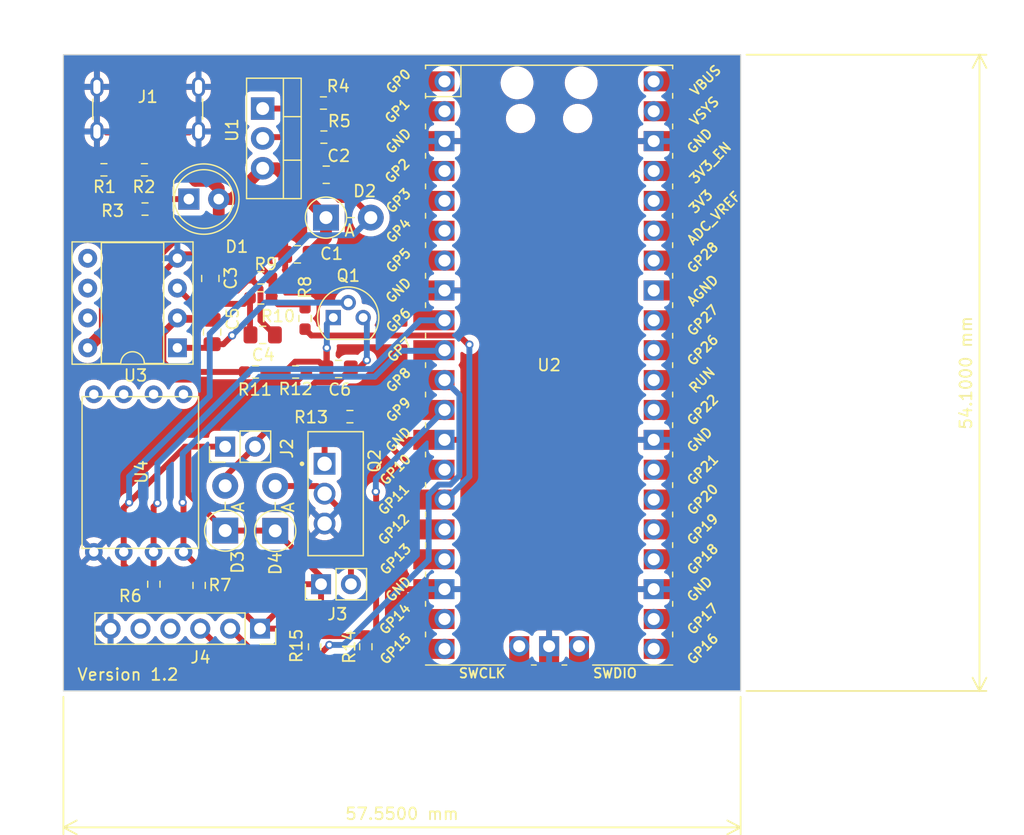
<source format=kicad_pcb>
(kicad_pcb (version 20221018) (generator pcbnew)
  (title_block (title "Blood Pressure Monitor V1") (date "2024-01-25") (rev "29.01.2024"))
  (layers (0 "F.Cu" signal) (31 "B.Cu" signal) (34 "B.Paste" user) (35 "F.Paste" user) (36 "B.SilkS" user "B.Silkscreen") (37 "F.SilkS" user "F.Silkscreen") (38 "B.Mask" user) (39 "F.Mask" user) (44 "Edge.Cuts" user))
  (net 0 "")
  (net 1 "Net-(U1-ADJ)")
  (net 2 "+5V")
  (net 3 "GND")
  (net 4 "Net-(Q1-B)")
  (net 5 "Net-(C3-Pad1)")
  (net 6 "Net-(C3-Pad2)")
  (net 7 "Net-(U3A-+)")
  (net 8 "Net-(U3A--)")
  (net 10 "/SDA0")
  (net 11 "/SCL1")
  (net 13 "/Valve")
  (net 18 "/SDA1")
  (net 19 "/SCL0")
  (net 27 "/Pump")
  (net 38 "Net-(Q1-E)")
  (net 39 "Net-(D1-K)")
  (net 40 "Net-(D3-A)")
  (net 41 "Net-(J1-CC1)")
  (net 42 "Net-(J1-CC2)")
  (net 43 "Net-(Q2-G)")
  (net 49 "Net-(D4-A)")
  (net 50 "+3.3V")
  (footprint "Resistor_SMD:R_0603_1608Metric_Pad0.98x0.95mm_HandSolder" (layer "F.Cu") (at 160.385 68.375 90)
    (fp_text reference "R8")
    (fp_text value "100k")
  )
  (footprint "Capacitor_SMD:C_0805_2012Metric_Pad1.18x1.45mm_HandSolder" (layer "F.Cu") (at 152.335 64.975 -90)
    (fp_text reference "C3")
    (fp_text value "1u")
  )
  (footprint "Package_DIP:DIP-8_W7.62mm_Socket" (layer "F.Cu") (at 149.535 70.875 180)
    (fp_text reference "U3")
    (fp_text value "NJM2904D")
  )
  (footprint "Capacitor_SMD:C_0805_2012Metric_Pad1.18x1.45mm_HandSolder" (layer "F.Cu") (at 159.735 62.925 180)
    (fp_text reference "C1")
    (fp_text value "0.1u")
  )
  (footprint "Resistor_SMD:R_0603_1608Metric_Pad0.98x0.95mm_HandSolder" (layer "F.Cu") (at 156.6225 66.625 180)
    (fp_text reference "R10")
    (fp_text value "100k")
  )
  (footprint "Diode_THT:D_DO-41_SOD81_P3.81mm_Vertical_AnodeUp" (layer "F.Cu") (at 153.6 86.412183 90)
    (fp_text reference "D3")
    (fp_text value "1N4002")
  )
  (footprint "Package_TO_SOT_THT:TO-220-3_Vertical" (layer "F.Cu") (at 156.785 50.526409 -90)
    (fp_text reference "U1")
    (fp_text value "LM317")
  )
  (footprint "Resistor_SMD:R_0603_1608Metric_Pad0.98x0.95mm_HandSolder" (layer "F.Cu") (at 143.295 55.736409 180)
    (fp_text reference "R1")
    (fp_text value "5.1k")
  )
  (footprint "Package_TO_SOT_THT:TO-92" (layer "F.Cu") (at 162.785 68.3)
    (fp_text reference "Q1")
    (fp_text value "2N2222A")
  )
  (footprint "Resistor_SMD:R_0603_1608Metric_Pad0.98x0.95mm_HandSolder" (layer "F.Cu") (at 151.385 91.075 90)
    (fp_text reference "R7")
    (fp_text value "4.7k")
  )
  (footprint "Resistor_SMD:R_0603_1608Metric_Pad0.98x0.95mm_HandSolder" (layer "F.Cu") (at 161.9475 50.056409)
    (fp_text reference "R4")
    (fp_text value "390")
  )
  (footprint "Resistor_SMD:R_0603_1608Metric_Pad0.98x0.95mm_HandSolder" (layer "F.Cu") (at 146.735 55.736409)
    (fp_text reference "R2")
    (fp_text value "5.1k")
  )
  (footprint "Capacitor_SMD:C_0805_2012Metric_Pad1.18x1.45mm_HandSolder" (layer "F.Cu") (at 162.185 56.156409)
    (fp_text reference "C2")
    (fp_text value "1u")
  )
  (footprint "Resistor_SMD:R_0603_1608Metric_Pad0.98x0.95mm_HandSolder" (layer "F.Cu") (at 165.55 96.2875 -90)
    (fp_text reference "R14")
    (fp_text value "4.7k")
  )
  (footprint "LED_THT:LED_D5.0mm" (layer "F.Cu") (at 150.51 58.225)
    (fp_text reference "D1")
    (fp_text value "LED")
  )
  (footprint "Resistor_SMD:R_0603_1608Metric_Pad0.98x0.95mm_HandSolder" (layer "F.Cu") (at 159.585 72.925 180)
    (fp_text reference "R12")
    (fp_text value "10")
  )
  (footprint "Connector_PinHeader_2.54mm:PinHeader_1x02_P2.54mm_Vertical" (layer "F.Cu") (at 161.745 90.975 90)
    (fp_text reference "J3")
    (fp_text value "Pumpe")
  )
  (footprint "Resistor_SMD:R_0603_1608Metric_Pad0.98x0.95mm_HandSolder" (layer "F.Cu") (at 164.1975 76.725)
    (fp_text reference "R13")
    (fp_text value "1k")
  )
  (footprint "Capacitor_SMD:C_0805_2012Metric_Pad1.18x1.45mm_HandSolder" (layer "F.Cu") (at 163.235 72.675 180)
    (fp_text reference "C6")
    (fp_text value "0.1u")
  )
  (footprint "Resistor_SMD:R_0603_1608Metric_Pad0.98x0.95mm_HandSolder" (layer "F.Cu") (at 146.785 59.075)
    (fp_text reference "R3")
    (fp_text value "2.52k")
  )
  (footprint "Connector_USB:USB_C_Receptacle_GCT_USB4125-xx-x-0190_6P_TopMnt_Horizontal" (layer "F.Cu") (at 147.015 49.48 180)
    (fp_text reference "J1")
    (fp_text value "USB_C_Receptacle_PowerOnly_6P")
  )
  (footprint "Capacitor_SMD:C_0805_2012Metric_Pad1.18x1.45mm_HandSolder" (layer "F.Cu") (at 152.485 69.525 90)
    (fp_text reference "C5")
    (fp_text value "100n")
  )
  (footprint "Connector_PinSocket_2.54mm:PinSocket_1x06_P2.54mm_Vertical" (layer "F.Cu") (at 156.56 94.75 -90)
    (fp_text reference "J4")
    (fp_text value "Sensor_2")
  )
  (footprint "Resistor_SMD:R_0603_1608Metric_Pad0.98x0.95mm_HandSolder" (layer "F.Cu") (at 156.6225 64.925)
    (fp_text reference "R9")
    (fp_text value "33k")
  )
  (footprint "MedVet_FP:AMS_6915_FP" (layer "F.Cu") (at 144.335 83.825 90)
    (fp_text reference "U4")
    (fp_text value "AMS6915")
  )
  (footprint "IRLZ44N:TO254P1054X469X1930-3" (layer "F.Cu") (at 162.985 83.275 -90)
    (fp_text reference "Q2")
    (fp_text value "IRLIZ44N")
  )
  (footprint "Resistor_SMD:R_0603_1608Metric_Pad0.98x0.95mm_HandSolder" (layer "F.Cu") (at 147.535 90.975 90)
    (fp_text reference "R6")
    (fp_text value "4.7k")
  )
  (footprint "Resistor_SMD:R_0603_1608Metric_Pad0.98x0.95mm_HandSolder" (layer "F.Cu") (at 161.985 52.956409)
    (fp_text reference "R5")
    (fp_text value "240")
  )
  (footprint "MCU_RaspberryPi_and_Boards:RPi_Pico_SMD_TH" (layer "F.Cu") (at 181.125 72.345)
    (fp_text reference "U2")
    (fp_text value "Pico")
  )
  (footprint "Resistor_SMD:R_0603_1608Metric_Pad0.98x0.95mm_HandSolder" (layer "F.Cu") (at 156.1725 72.925)
    (fp_text reference "R11")
    (fp_text value "100k")
  )
  (footprint "Resistor_SMD:R_0603_1608Metric_Pad0.98x0.95mm_HandSolder" (layer "F.Cu") (at 161.2 96.3 -90)
    (fp_text reference "R15")
    (fp_text value "4.7k")
  )
  (footprint "Diode_THT:D_DO-41_SOD81_P3.81mm_Vertical_AnodeUp" (layer "F.Cu") (at 162.162818 59.8)
    (fp_text reference "D2")
    (fp_text value "1N4002")
  )
  (footprint "Connector_PinHeader_2.54mm:PinHeader_1x02_P2.54mm_Vertical" (layer "F.Cu") (at 153.595 79.275 90)
    (fp_text reference "J2")
    (fp_text value "Valve")
  )
  (footprint "Capacitor_SMD:C_0805_2012Metric_Pad1.18x1.45mm_HandSolder" (layer "F.Cu") (at 156.785 69.775)
    (fp_text reference "C4")
    (fp_text value "100n")
  )
  (footprint "Diode_THT:D_DO-41_SOD81_P3.81mm_Vertical_AnodeUp" (layer "F.Cu") (at 157.85 86.437183 90)
    (fp_text reference "D4")
    (fp_text value "1N4002")
  )
  (gr_rect (start 139.85 45.95) (end 197.4 100.05) (stroke (width 0.1)) (fill none) (layer "Edge.Cuts"))
  (gr_text "Version 1.2\n\n" (at 140.95 100.85) (layer "F.SilkS") (effects (font (size 1 1)) (justify left bottom)))
  (dimension (type aligned) (layer "F.SilkS") (pts (xy 139.85 100.05) (xy 197.4 100.05)) (height 11.6) (gr_text "57.5500 mm" (at 168.625 110.5) (layer "F.SilkS") (effects (font (size 1 1) (thickness 0.15)))) (format (prefix "") (suffix "") (units 3) (units_format 1) (precision 4)) (style (thickness 0.15) (arrow_length 1.27) (text_position_mode 0) (extension_height 0.58642) (extension_offset 0.5) keep_text_aligned))
  (dimension (type aligned) (layer "F.SilkS") (pts (xy 197.4 100.05) (xy 197.4 45.95)) (height 20.3) (gr_text "54.1000 mm" (at 216.55 73 90) (layer "F.SilkS") (effects (font (size 1 1) (thickness 0.15)))) (format (prefix "") (suffix "") (units 3) (units_format 1) (precision 4)) (style (thickness 0.15) (arrow_length 1.27) (text_position_mode 0) (extension_height 0.58642) (extension_offset 0.5) keep_text_aligned))
  (segment (start 160.565 50.526409) (end 161.035 50.056409) (width 0.5) (layer "F.Cu") (net 1))
  (segment (start 161.035 50.056409) (end 161.035 51.093909) (width 0.5) (layer "F.Cu") (net 1))
  (segment (start 161.035 51.093909) (end 162.8975 52.956409) (width 0.5) (layer "F.Cu") (net 1))
  (segment (start 156.785 50.526409) (end 160.565 50.526409) (width 0.5) (layer "F.Cu") (net 1))
  (segment (start 148.535 54.136409) (end 148.535 52.13) (width 1) (layer "F.Cu") (net 2))
  (segment (start 162.162818 59.427844) (end 162.162818 59.8) (width 1) (layer "F.Cu") (net 2))
  (segment (start 152.72 60.2) (end 150.53939 60.2) (width 1) (layer "F.Cu") (net 2))
  (segment (start 153.05 57.34) (end 153.05 58.225) (width 1) (layer "F.Cu") (net 2))
  (segment (start 162.162818 59.8) (end 162.162818 61.534682) (width 1) (layer "F.Cu") (net 2))
  (segment (start 156.785 55.606409) (end 157.969227 55.606409) (width 1) (layer "F.Cu") (net 2))
  (segment (start 148.535 52.13) (end 148.535 52.56) (width 1) (layer "F.Cu") (net 2))
  (segment (start 153.05 58.225) (end 154.166409 58.225) (width 1) (layer "F.Cu") (net 2))
  (segment (start 143.365 69.425) (end 141.915 70.875) (width 1) (layer "F.Cu") (net 2))
  (segment (start 160.7725 62.90778) (end 160.7725 62.925) (width 1) (layer "F.Cu") (net 2))
  (segment (start 157.969227 55.606409) (end 162.162818 59.8) (width 1) (layer "F.Cu") (net 2))
  (segment (start 145.495 52.56) (end 145.495 51.808424) (width 1) (layer "F.Cu") (net 2))
  (segment (start 151.073591 56.675) (end 152.385 56.675) (width 1) (layer "F.Cu") (net 2))
  (segment (start 154.166409 58.225) (end 156.785 55.606409) (width 1) (layer "F.Cu") (net 2))
  (segment (start 143.365 67.37439) (end 143.365 69.425) (width 1) (layer "F.Cu") (net 2))
  (segment (start 148.535 54.136409) (end 151.073591 56.675) (width 1) (layer "F.Cu") (net 2))
  (segment (start 145.993424 51.31) (end 148.036576 51.31) (width 1) (layer "F.Cu") (net 2))
  (segment (start 148.036576 51.31) (end 148.535 51.808424) (width 1) (layer "F.Cu") (net 2))
  (segment (start 162.162818 61.534682) (end 160.7725 62.925) (width 1) (layer "F.Cu") (net 2))
  (segment (start 145.495 51.808424) (end 145.993424 51.31) (width 1) (layer "F.Cu") (net 2))
  (segment (start 150.53939 60.2) (end 143.365 67.37439) (width 1) (layer "F.Cu") (net 2))
  (segment (start 148.535 51.808424) (end 148.535 52.13) (width 1) (layer "F.Cu") (net 2))
  (segment (start 153.05 58.225) (end 153.05 59.87) (width 1) (layer "F.Cu") (net 2))
  (segment (start 152.385 56.675) (end 153.05 57.34) (width 1) (layer "F.Cu") (net 2))
  (segment (start 153.05 59.87) (end 152.72 60.2) (width 1) (layer "F.Cu") (net 2))
  (segment (start 146.7725 56.611409) (end 143.2575 56.611409) (width 0.5) (layer "F.Cu") (net 3))
  (segment (start 149.865 62.925) (end 158.6975 62.925) (width 0.5) (layer "F.Cu") (net 3))
  (segment (start 148.775 73.575) (end 147.6 72.4) (width 0.5) (layer "F.Cu") (net 3))
  (segment (start 147.6 72.4) (end 147.6 65.19) (width 0.5) (layer "F.Cu") (net 3))
  (segment (start 160.4975 72.925) (end 159.6225 73.8) (width 0.5) (layer "F.Cu") (net 3))
  (segment (start 152.275 73.8) (end 152.05 73.575) (width 0.5) (layer "F.Cu") (net 3))
  (segment (start 152.05 73.575) (end 148.775 73.575) (width 0.5) (layer "F.Cu") (net 3))
  (segment (start 147.6475 55.736409) (end 146.7725 56.611409) (width 0.5) (layer "F.Cu") (net 3))
  (segment (start 149.535 63.255) (end 149.865 62.925) (width 0.5) (layer "F.Cu") (net 3))
  (segment (start 143.2575 56.611409) (end 142.3825 55.736409) (width 0.5) (layer "F.Cu") (net 3))
  (segment (start 147.6 65.19) (end 149.535 63.255) (width 0.5) (layer "F.Cu") (net 3))
  (segment (start 159.6225 73.8) (end 152.275 73.8) (width 0.5) (layer "F.Cu") (net 3))
  (segment (start 149.535 70.875) (end 152.1725 70.875) (width 0.5) (layer "F.Cu") (net 4))
  (segment (start 152.485 70.5625) (end 153.4475 70.5625) (width 0.5) (layer "F.Cu") (net 4))
  (segment (start 152.1725 70.875) (end 152.485 70.5625) (width 0.5) (layer "F.Cu") (net 4))
  (segment (start 153.4475 70.5625) (end 154.185 69.825) (width 0.5) (layer "F.Cu") (net 4))
  (segment (start 151.9225 70.875) (end 152.485 70.3125) (width 0.5) (layer "F.Cu") (net 4))
  (via (at 154.185 69.825) (size 0.7) (drill 0.4) (layers "F.Cu" "B.Cu") (net 4))
  (segment (start 154.185 69.825) (end 156.98 67.03) (width 0.5) (layer "B.Cu") (net 4))
  (segment (start 156.98 67.03) (end 164.055 67.03) (width 0.5) (layer "B.Cu") (net 4))
  (segment (start 157.535 66.625) (end 158.085 67.175) (width 0.5) (layer "F.Cu") (net 5))
  (segment (start 157.6475 66.3) (end 157.6725 66.325) (width 0.5) (layer "F.Cu") (net 5))
  (segment (start 156.5475 63.9375) (end 157.535 64.925) (width 0.5) (layer "F.Cu") (net 5))
  (segment (start 158.085 67.175) (end 160.0975 67.175) (width 0.5) (layer "F.Cu") (net 5))
  (segment (start 152.335 63.9375) (end 156.5475 63.9375) (width 0.5) (layer "F.Cu") (net 5))
  (segment (start 160.0975 67.175) (end 160.385 67.4625) (width 0.5) (layer "F.Cu") (net 5))
  (segment (start 157.535 64.925) (end 157.535 66.625) (width 0.5) (layer "F.Cu") (net 5))
  (segment (start 157.81 66.4625) (end 157.6725 66.325) (width 0.5) (layer "F.Cu") (net 5))
  (segment (start 156.5975 65.8125) (end 156.5975 68.55) (width 0.5) (layer "F.Cu") (net 6))
  (segment (start 155.71 64.925) (end 156.5975 65.8125) (width 0.5) (layer "F.Cu") (net 6))
  (segment (start 154.6225 66.0125) (end 155.71 64.925) (width 0.5) (layer "F.Cu") (net 6))
  (segment (start 156.5975 68.55) (end 157.8225 69.775) (width 0.5) (layer "F.Cu") (net 6))
  (segment (start 152.335 66.0125) (end 154.6225 66.0125) (width 0.5) (layer "F.Cu") (net 6))
  (segment (start 155.7475 66.6625) (end 155.71 66.625) (width 0.5) (layer "F.Cu") (net 7))
  (segment (start 155.71 69.7375) (end 155.7475 69.775) (width 0.5) (layer "F.Cu") (net 7))
  (segment (start 155.71 66.625) (end 155.71 69.7375) (width 0.5) (layer "F.Cu") (net 7))
  (segment (start 149.535 65.795) (end 150.873142 67.133142) (width 0.5) (layer "F.Cu") (net 7))
  (segment (start 155.201858 67.133142) (end 155.71 66.625) (width 0.5) (layer "F.Cu") (net 7))
  (segment (start 150.873142 67.133142) (end 155.201858 67.133142) (width 0.5) (layer "F.Cu") (net 7))
  (segment (start 149.185 72.925) (end 155.26 72.925) (width 0.5) (layer "F.Cu") (net 8))
  (segment (start 149.535 68.335) (end 152.3325 68.335) (width 0.5) (layer "F.Cu") (net 8))
  (segment (start 148.335 72.075) (end 149.185 72.925) (width 0.5) (layer "F.Cu") (net 8))
  (segment (start 149.5225 68.4875) (end 148.335 69.675) (width 0.5) (layer "F.Cu") (net 8))
  (segment (start 148.335 69.675) (end 148.335 72.075) (width 0.5) (layer "F.Cu") (net 8))
  (segment (start 152.3325 68.335) (end 152.485 68.4875) (width 0.5) (layer "F.Cu") (net 8))
  (segment (start 152.485 68.4875) (end 149.5225 68.4875) (width 0.5) (layer "F.Cu") (net 8))
  (segment (start 149.535 68.335) (end 148.335 69.535) (width 0.5) (layer "F.Cu") (net 8))
  (segment (start 152.3875 68.335) (end 152.485 68.2375) (width 0.5) (layer "F.Cu") (net 8))
  (segment (start 148.335 69.535) (end 148.335 72.075) (width 0.5) (layer "F.Cu") (net 8))
  (segment (start 155.035 72.7) (end 155.26 72.925) (width 0.5) (layer "F.Cu") (net 8))
  (segment (start 160.3625 98.05) (end 161.2 97.2125) (width 0.5) (layer "F.Cu") (net 10))
  (segment (start 162.45 96.137) (end 161.3745 97.2125) (width 0.5) (layer "F.Cu") (net 10))
  (segment (start 157.32 98.05) (end 160.3625 98.05) (width 0.5) (layer "F.Cu") (net 10))
  (segment (start 154.02 94.75) (end 157.32 98.05) (width 0.5) (layer "F.Cu") (net 10))
  (segment (start 161.3745 97.2125) (end 161.2 97.2125) (width 0.5) (layer "F.Cu") (net 10))
  (via (at 162.45 96.137) (size 0.7) (drill 0.4) (layers "F.Cu" "B.Cu") (net 10))
  (segment (start 163.663 96.137) (end 170.892233 88.907767) (width 0.5) (layer "B.Cu") (net 10))
  (segment (start 170.892233 83.35) (end 171.742233 82.5) (width 0.5) (layer "B.Cu") (net 10))
  (segment (start 173.5 81.737767) (end 173.5 74.88) (width 0.5) (layer "B.Cu") (net 10))
  (segment (start 162.45 96.137) (end 163.663 96.137) (width 0.5) (layer "B.Cu") (net 10))
  (segment (start 170.892233 88.907767) (end 170.892233 83.35) (width 0.5) (layer "B.Cu") (net 10))
  (segment (start 172.737767 82.5) (end 173.5 81.737767) (width 0.5) (layer "B.Cu") (net 10))
  (segment (start 173.5 74.88) (end 172.235 73.615) (width 0.5) (layer "B.Cu") (net 10))
  (segment (start 171.742233 82.5) (end 172.737767 82.5) (width 0.5) (layer "B.Cu") (net 10))
  (segment (start 150.055 88.225) (end 150.055 84.095) (width 0.5) (layer "F.Cu") (net 11))
  (segment (start 150.055 88.225) (end 151.385 89.555) (width 0.5) (layer "F.Cu") (net 11))
  (segment (start 170.475 71.075) (end 172.235 71.075) (width 0.5) (layer "F.Cu") (net 11))
  (segment (start 150.055 84.095) (end 149.985 84.025) (width 0.5) (layer "F.Cu") (net 11))
  (segment (start 151.385 89.555) (end 151.385 90.1625) (width 0.5) (layer "F.Cu") (net 11))
  (via (at 149.985 84.025) (size 0.7) (drill 0.4) (layers "F.Cu" "B.Cu") (net 11))
  (segment (start 149.985 79.865) (end 156.525 73.325) (width 0.5) (layer "B.Cu") (net 11))
  (segment (start 149.985 84.025) (end 149.985 79.865) (width 0.5) (layer "B.Cu") (net 11))
  (segment (start 168.504238 71.125) (end 171.335 71.125) (width 0.5) (layer "B.Cu") (net 11))
  (segment (start 166.304238 73.325) (end 168.504238 71.125) (width 0.5) (layer "B.Cu") (net 11))
  (segment (start 156.525 73.325) (end 166.304238 73.325) (width 0.5) (layer "B.Cu") (net 11))
  (segment (start 160.9225 69.825) (end 160.385 69.2875) (width 0.5) (layer "F.Cu") (net 13))
  (segment (start 174.26 70.6) (end 173.485 69.825) (width 0.5) (layer "F.Cu") (net 13))
  (segment (start 174.35 70.6) (end 174.26 70.6) (width 0.5) (layer "F.Cu") (net 13))
  (segment (start 173.485 69.825) (end 160.9225 69.825) (width 0.5) (layer "F.Cu") (net 13))
  (via (at 174.35 70.6) (size 0.7) (drill 0.4) (layers "F.Cu" "B.Cu") (net 13))
  (segment (start 174.35 81.807005) (end 172.382005 83.775) (width 0.5) (layer "B.Cu") (net 13))
  (segment (start 174.35 70.6) (end 174.35 81.807005) (width 0.5) (layer "B.Cu") (net 13))
  (segment (start 172.382005 83.775) (end 172.235 83.775) (width 0.5) (layer "B.Cu") (net 13))
  (segment (start 147.515 90.0425) (end 147.535 90.0625) (width 0.5) (layer "F.Cu") (net 18))
  (segment (start 147.515 88.225) (end 147.515 84.395) (width 0.5) (layer "F.Cu") (net 18))
  (segment (start 147.515 88.225) (end 147.872767 88.225) (width 0.5) (layer "F.Cu") (net 18))
  (segment (start 147.515 88.225) (end 147.515 90.0425) (width 0.5) (layer "F.Cu") (net 18))
  (segment (start 147.515 84.395) (end 147.835 84.075) (width 0.5) (layer "F.Cu") (net 18))
  (via (at 147.835 84.075) (size 0.7) (drill 0.4) (layers "F.Cu" "B.Cu") (net 18))
  (segment (start 155.875 72.675) (end 166.035 72.675) (width 0.5) (layer "B.Cu") (net 18))
  (segment (start 147.835 80.715) (end 155.875 72.675) (width 0.5) (layer "B.Cu") (net 18))
  (segment (start 147.835 84.075) (end 147.835 80.715) (width 0.5) (layer "B.Cu") (net 18))
  (segment (start 166.035 72.675) (end 170.175 68.535) (width 0.5) (layer "B.Cu") (net 18))
  (segment (start 170.175 68.535) (end 172.235 68.535) (width 0.5) (layer "B.Cu") (net 18))
  (segment (start 151.48 94.75) (end 155.53 98.8) (width 0.5) (layer "F.Cu") (net 19))
  (segment (start 155.53 98.8) (end 164.45 98.8) (width 0.5) (layer "F.Cu") (net 19))
  (segment (start 165.55 97.7) (end 165.55 97.2) (width 0.5) (layer "F.Cu") (net 19))
  (segment (start 170.475 76.155) (end 172.235 76.155) (width 0.5) (layer "F.Cu") (net 19))
  (segment (start 166.425 96.325) (end 165.55 97.2) (width 0.5) (layer "F.Cu") (net 19))
  (segment (start 151.48 94.12) (end 151.48 94.75) (width 0.5) (layer "F.Cu") (net 19))
  (segment (start 164.45 98.8) (end 165.55 97.7) (width 0.5) (layer "F.Cu") (net 19))
  (segment (start 166.4 83.1) (end 166.425 83.125) (width 0.5) (layer "F.Cu") (net 19))
  (segment (start 171.93 75.85) (end 172.235 76.155) (width 0.5) (layer "F.Cu") (net 19))
  (segment (start 166.425 83.125) (end 166.425 96.325) (width 0.5) (layer "F.Cu") (net 19))
  (via (at 166.4 83.1) (size 0.7) (drill 0.4) (layers "F.Cu" "B.Cu") (net 19))
  (segment (start 166.4 81.99) (end 172.235 76.155) (width 0.5) (layer "B.Cu") (net 19))
  (segment (start 166.4 83.1) (end 166.4 81.99) (width 0.5) (layer "B.Cu") (net 19))
  (segment (start 172.235 81.235) (end 169.62 81.235) (width 0.5) (layer "F.Cu") (net 27))
  (segment (start 169.62 81.235) (end 165.11 76.725) (width 0.5) (layer "F.Cu") (net 27))
  (segment (start 162.1975 72.675) (end 162.1975 70.9125) (width 0.5) (layer "F.Cu") (net 38))
  (segment (start 162.235 70.875) (end 162.235 72.6375) (width 0.5) (layer "F.Cu") (net 38))
  (segment (start 162.1975 70.9125) (end 162.235 70.875) (width 0.5) (layer "F.Cu") (net 38))
  (segment (start 162.235 72.6375) (end 162.1975 72.675) (width 0.5) (layer "F.Cu") (net 38))
  (segment (start 161.5725 72.05) (end 159.5475 72.05) (width 0.5) (layer "F.Cu") (net 38))
  (segment (start 162.1975 72.675) (end 161.5725 72.05) (width 0.5) (layer "F.Cu") (net 38))
  (segment (start 159.5475 72.05) (end 158.6725 72.925) (width 0.5) (layer "F.Cu") (net 38))
  (segment (start 157.085 72.925) (end 158.6725 72.925) (width 0.5) (layer "F.Cu") (net 38))
  (via (at 162.235 70.875) (size 0.7) (drill 0.4) (layers "F.Cu" "B.Cu") (net 38))
  (segment (start 162.235 70.875) (end 162.235 68.85) (width 0.5) (layer "B.Cu") (net 38))
  (segment (start 162.235 68.85) (end 162.785 68.3) (width 0.5) (layer "B.Cu") (net 38))
  (segment (start 148.5475 58.225) (end 147.6975 59.075) (width 0.5) (layer "F.Cu") (net 39))
  (segment (start 150.06 58.675) (end 150.51 58.225) (width 0.5) (layer "F.Cu") (net 39))
  (segment (start 150.51 58.225) (end 148.5475 58.225) (width 0.5) (layer "F.Cu") (net 39))
  (segment (start 153.6 82.602183) (end 153.6 81.81) (width 0.5) (layer "F.Cu") (net 40))
  (segment (start 163.1475 73.8) (end 164.2725 72.675) (width 0.5) (layer "F.Cu") (net 40))
  (segment (start 153.335 82.602183) (end 153.335 82.075) (width 0.5) (layer "F.Cu") (net 40))
  (segment (start 164.2725 72.675) (end 164.885 72.675) (width 0.5) (layer "F.Cu") (net 40))
  (segment (start 156.135 78.925) (end 161.26 73.8) (width 0.5) (layer "F.Cu") (net 40))
  (segment (start 161.26 73.8) (end 163.1475 73.8) (width 0.5) (layer "F.Cu") (net 40))
  (segment (start 164.885 72.675) (end 165.635 71.925) (width 0.5) (layer "F.Cu") (net 40))
  (segment (start 156.135 79.275) (end 156.135 78.925) (width 0.5) (layer "F.Cu") (net 40))
  (segment (start 153.6 81.81) (end 156.135 79.275) (width 0.5) (layer "F.Cu") (net 40))
  (via (at 165.635 71.925) (size 0.7) (drill 0.4) (layers "F.Cu" "B.Cu") (net 40))
  (segment (start 165.635 71.925) (end 165.635 68.61) (width 0.5) (layer "B.Cu") (net 40))
  (segment (start 165.635 68.61) (end 165.325 68.3) (width 0.5) (layer "B.Cu") (net 40))
  (segment (start 147.515 54.043909) (end 145.8225 55.736409) (width 0.5) (layer "F.Cu") (net 41))
  (segment (start 147.515 52.56) (end 147.515 54.043909) (width 0.5) (layer "F.Cu") (net 41))
  (segment (start 146.515 52.56) (end 146.515 53.428909) (width 0.5) (layer "F.Cu") (net 42))
  (segment (start 146.515 53.428909) (end 144.2075 55.736409) (width 0.5) (layer "F.Cu") (net 42))
  (segment (start 144.2075 55.736409) (end 144.426858 55.736409) (width 0.5) (layer "F.Cu") (net 42))
  (segment (start 162.045 77.965) (end 163.285 76.725) (width 0.5) (layer "F.Cu") (net 43))
  (segment (start 162.045 80.735) (end 162.045 77.965) (width 0.5) (layer "F.Cu") (net 43))
  (segment (start 161.397183 82.627183) (end 162.045 83.275) (width 0.5) (layer "F.Cu") (net 49))
  (segment (start 162.045 83.275) (end 164.285 85.515) (width 0.5) (layer "F.Cu") (net 49))
  (segment (start 157.85 82.627183) (end 161.397183 82.627183) (width 0.5) (layer "F.Cu") (net 49))
  (segment (start 164.285 85.515) (end 164.285 90.975) (width 0.5) (layer "F.Cu") (net 49))
  (segment (start 161.745 94.8425) (end 161.2 95.3875) (width 0.5) (layer "F.Cu") (net 50))
  (segment (start 157.122183 86.412183) (end 157.135 86.425) (width 0.5) (layer "F.Cu") (net 50))
  (segment (start 161.0725 52.956409) (end 156.895 52.956409) (width 0.5) (layer "F.Cu") (net 50))
  (segment (start 156.9475 86.425) (end 157.25 86.425) (width 0.5) (layer "F.Cu") (net 50))
  (segment (start 161.2 95.3875) (end 165.5375 95.3875) (width 0.5) (layer "F.Cu") (net 50))
  (segment (start 161.1475 56.156409) (end 161.456409 56.156409) (width 0.25) (layer "F.Cu") (net 50))
  (segment (start 164.6 58.3) (end 165.972818 59.672818) (width 0.5) (layer "F.Cu") (net 50))
  (segment (start 161.1475 53.031409) (end 161.0725 52.956409) (width 0.5) (layer "F.Cu") (net 50))
  (segment (start 161.1475 56.156409) (end 161.1475 53.031409) (width 0.5) (layer "F.Cu") (net 50))
  (segment (start 156.895 52.956409) (end 156.785 53.066409) (width 0.5) (layer "F.Cu") (net 50))
  (segment (start 150.185 79.275) (end 145.435 84.025) (width 0.5) (layer "F.Cu") (net 50))
  (segment (start 153.595 79.275) (end 150.185 79.275) (width 0.5) (layer "F.Cu") (net 50))
  (segment (start 161.745 90.332183) (end 161.745 90.975) (width 0.5) (layer "F.Cu") (net 50))
  (segment (start 160.335 90.975) (end 156.56 94.75) (width 0.5) (layer "F.Cu") (net 50))
  (segment (start 156.56 94.75) (end 160.5625 94.75) (width 0.5) (layer "F.Cu") (net 50))
  (segment (start 144.975 89.3275) (end 147.535 91.8875) (width 0.5) (layer "F.Cu") (net 50))
  (segment (start 144.975 84.485) (end 145.435 84.025) (width 0.5) (layer "F.Cu") (net 50))
  (segment (start 157.85 86.437183) (end 161.745 90.332183) (width 0.5) (layer "F.Cu") (net 50))
  (segment (start 153.6 86.412183) (end 150.462817 83.275) (width 0.5) (layer "F.Cu") (net 50))
  (segment (start 150.462817 83.275) (end 150.462817 79.552817) (width 0.5) (layer "F.Cu") (net 50))
  (segment (start 144.975 88.225) (end 144.975 84.485) (width 0.5) (layer "F.Cu") (net 50))
  (segment (start 157.825 86.412183) (end 157.85 86.437183) (width 0.5) (layer "F.Cu") (net 50))
  (segment (start 144.975 88.225) (end 144.975 89.3275) (width 0.5) (layer "F.Cu") (net 50))
  (segment (start 165.972818 59.672818) (end 165.972818 59.8) (width 0.5) (layer "F.Cu") (net 50))
  (segment (start 161.745 90.975) (end 160.335 90.975) (width 0.5) (layer "F.Cu") (net 50))
  (segment (start 153.6 86.412183) (end 157.825 86.412183) (width 0.5) (layer "F.Cu") (net 50))
  (segment (start 151.385 91.9875) (end 153.7975 91.9875) (width 0.5) (layer "F.Cu") (net 50))
  (segment (start 163.291091 58.3) (end 164.6 58.3) (width 0.5) (layer "F.Cu") (net 50))
  (segment (start 157.237183 86.412183) (end 157.25 86.425) (width 0.5) (layer "F.Cu") (net 50))
  (segment (start 157.135 86.425) (end 157.195 86.425) (width 0.5) (layer "F.Cu") (net 50))
  (segment (start 161.745 90.975) (end 161.745 94.8425) (width 0.5) (layer "F.Cu") (net 50))
  (segment (start 153.335 86.314339) (end 153.335 86.412183) (width 0.5) (layer "F.Cu") (net 50))
  (segment (start 150.462817 79.552817) (end 150.185 79.275) (width 0.5) (layer "F.Cu") (net 50))
  (segment (start 160.5625 94.75) (end 161.2 95.3875) (width 0.5) (layer "F.Cu") (net 50))
  (segment (start 165.5375 95.3875) (end 165.55 95.375) (width 0.5) (layer "F.Cu") (net 50))
  (segment (start 161.1475 56.156409) (end 163.291091 58.3) (width 0.5) (layer "F.Cu") (net 50))
  (segment (start 153.7975 91.9875) (end 156.56 94.75) (width 0.5) (layer "F.Cu") (net 50))
  (via (at 145.435 84.025) (size 0.7) (drill 0.4) (layers "F.Cu" "B.Cu") (net 50))
  (segment (start 152.285 69.677818) (end 160.662818 61.3) (width 0.5) (layer "B.Cu") (net 50))
  (segment (start 164.472818 61.3) (end 165.972818 59.8) (width 0.5) (layer "B.Cu") (net 50))
  (segment (start 145.435 81.815) (end 152.285 74.965) (width 0.5) (layer "B.Cu") (net 50))
  (segment (start 152.285 74.965) (end 152.285 69.677818) (width 0.5) (layer "B.Cu") (net 50))
  (segment (start 160.662818 61.3) (end 164.472818 61.3) (width 0.5) (layer "B.Cu") (net 50))
  (segment (start 145.435 84.025) (end 145.435 81.815) (width 0.5) (layer "B.Cu") (net 50))
  (zone (net 3) (net_name "GND") (layer "F.Cu") (connect_pads (clearance 0.5)) (min_thickness 0.25) (fill yes (thermal_gap 0.5) (thermal_bridge_width 0.5))
    (polygon (pts (xy 139.85 100.05) (xy 197.4 100.05) (xy 197.4 45.95) (xy 139.85 45.95)))
  )
  (zone (net 3) (net_name "GND") (layer "B.Cu") (connect_pads (clearance 0.5)) (min_thickness 0.25) (fill yes (thermal_gap 0.5) (thermal_bridge_width 0.5))
    (polygon (pts (xy 139.85 100.05) (xy 197.4 100.05) (xy 197.4 45.95) (xy 139.85 45.95)))
  )
)
</source>
